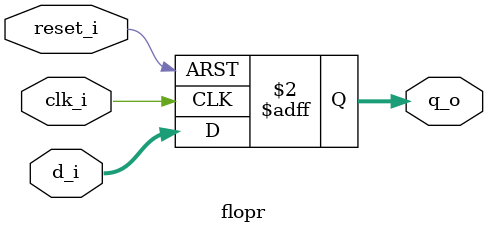
<source format=sv>
module flopr #(parameter WIDTH = 8)(
    input  logic             clk_i, reset_i,
    input  logic [WIDTH-1:0] d_i,
    output logic [WIDTH-1:0] q_o
    );
    
    always_ff @(posedge clk_i, posedge reset_i)
        if (reset_i) q_o <= 0;
        else         q_o <= d_i;
endmodule
</source>
